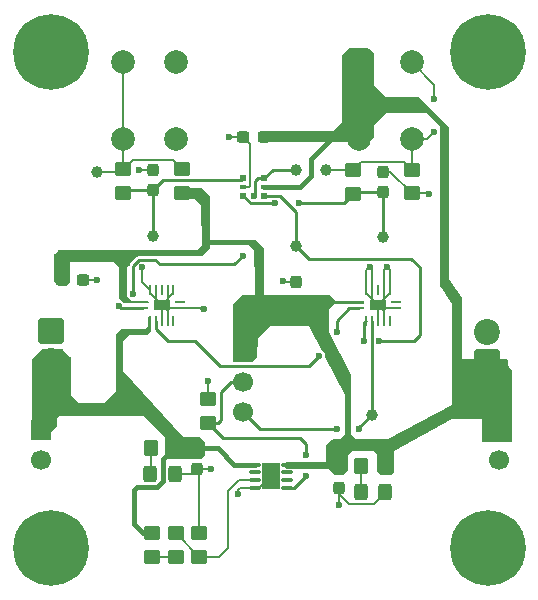
<source format=gbr>
%TF.GenerationSoftware,KiCad,Pcbnew,9.0.4*%
%TF.CreationDate,2026-01-25T08:23:28+01:00*%
%TF.ProjectId,VQFN_Training_Lab,5651464e-5f54-4726-9169-6e696e675f4c,1.0*%
%TF.SameCoordinates,PX7270e00PY7270e00*%
%TF.FileFunction,Copper,L1,Top*%
%TF.FilePolarity,Positive*%
%FSLAX46Y46*%
G04 Gerber Fmt 4.6, Leading zero omitted, Abs format (unit mm)*
G04 Created by KiCad (PCBNEW 9.0.4) date 2026-01-25 08:23:28*
%MOMM*%
%LPD*%
G01*
G04 APERTURE LIST*
G04 Aperture macros list*
%AMRoundRect*
0 Rectangle with rounded corners*
0 $1 Rounding radius*
0 $2 $3 $4 $5 $6 $7 $8 $9 X,Y pos of 4 corners*
0 Add a 4 corners polygon primitive as box body*
4,1,4,$2,$3,$4,$5,$6,$7,$8,$9,$2,$3,0*
0 Add four circle primitives for the rounded corners*
1,1,$1+$1,$2,$3*
1,1,$1+$1,$4,$5*
1,1,$1+$1,$6,$7*
1,1,$1+$1,$8,$9*
0 Add four rect primitives between the rounded corners*
20,1,$1+$1,$2,$3,$4,$5,0*
20,1,$1+$1,$4,$5,$6,$7,0*
20,1,$1+$1,$6,$7,$8,$9,0*
20,1,$1+$1,$8,$9,$2,$3,0*%
G04 Aperture macros list end*
%TA.AperFunction,SMDPad,CuDef*%
%ADD10RoundRect,0.237500X0.237500X-0.300000X0.237500X0.300000X-0.237500X0.300000X-0.237500X-0.300000X0*%
%TD*%
%TA.AperFunction,ComponentPad*%
%ADD11R,1.700000X1.700000*%
%TD*%
%TA.AperFunction,ComponentPad*%
%ADD12C,1.700000*%
%TD*%
%TA.AperFunction,SMDPad,CuDef*%
%ADD13RoundRect,0.237500X-0.300000X-0.237500X0.300000X-0.237500X0.300000X0.237500X-0.300000X0.237500X0*%
%TD*%
%TA.AperFunction,SMDPad,CuDef*%
%ADD14C,1.000000*%
%TD*%
%TA.AperFunction,SMDPad,CuDef*%
%ADD15RoundRect,0.033750X-0.426250X-0.101250X0.426250X-0.101250X0.426250X0.101250X-0.426250X0.101250X0*%
%TD*%
%TA.AperFunction,HeatsinkPad*%
%ADD16R,1.500000X2.250000*%
%TD*%
%TA.AperFunction,HeatsinkPad*%
%ADD17C,0.500000*%
%TD*%
%TA.AperFunction,SMDPad,CuDef*%
%ADD18RoundRect,0.250000X0.450000X-0.350000X0.450000X0.350000X-0.450000X0.350000X-0.450000X-0.350000X0*%
%TD*%
%TA.AperFunction,SMDPad,CuDef*%
%ADD19RoundRect,0.250000X0.350000X0.450000X-0.350000X0.450000X-0.350000X-0.450000X0.350000X-0.450000X0*%
%TD*%
%TA.AperFunction,SMDPad,CuDef*%
%ADD20R,0.600000X0.600000*%
%TD*%
%TA.AperFunction,SMDPad,CuDef*%
%ADD21R,0.600000X0.400000*%
%TD*%
%TA.AperFunction,SMDPad,CuDef*%
%ADD22RoundRect,0.237500X0.300000X0.237500X-0.300000X0.237500X-0.300000X-0.237500X0.300000X-0.237500X0*%
%TD*%
%TA.AperFunction,ComponentPad*%
%ADD23C,0.800000*%
%TD*%
%TA.AperFunction,ComponentPad*%
%ADD24C,6.400000*%
%TD*%
%TA.AperFunction,SMDPad,CuDef*%
%ADD25R,0.900000X0.240000*%
%TD*%
%TA.AperFunction,SMDPad,CuDef*%
%ADD26R,0.240000X0.900000*%
%TD*%
%TA.AperFunction,SMDPad,CuDef*%
%ADD27R,1.400000X0.900000*%
%TD*%
%TA.AperFunction,SMDPad,CuDef*%
%ADD28RoundRect,0.237500X-0.237500X0.300000X-0.237500X-0.300000X0.237500X-0.300000X0.237500X0.300000X0*%
%TD*%
%TA.AperFunction,SMDPad,CuDef*%
%ADD29RoundRect,0.250000X0.325000X0.450000X-0.325000X0.450000X-0.325000X-0.450000X0.325000X-0.450000X0*%
%TD*%
%TA.AperFunction,SMDPad,CuDef*%
%ADD30RoundRect,0.250000X-0.450000X0.350000X-0.450000X-0.350000X0.450000X-0.350000X0.450000X0.350000X0*%
%TD*%
%TA.AperFunction,ComponentPad*%
%ADD31C,2.000000*%
%TD*%
%TA.AperFunction,ComponentPad*%
%ADD32RoundRect,0.249999X-0.850001X0.850001X-0.850001X-0.850001X0.850001X-0.850001X0.850001X0.850001X0*%
%TD*%
%TA.AperFunction,ComponentPad*%
%ADD33C,2.200000*%
%TD*%
%TA.AperFunction,ComponentPad*%
%ADD34RoundRect,0.249999X0.850001X-0.850001X0.850001X0.850001X-0.850001X0.850001X-0.850001X-0.850001X0*%
%TD*%
%TA.AperFunction,ViaPad*%
%ADD35C,0.600000*%
%TD*%
%TA.AperFunction,Conductor*%
%ADD36C,0.250000*%
%TD*%
%TA.AperFunction,Conductor*%
%ADD37C,0.400000*%
%TD*%
%TA.AperFunction,Conductor*%
%ADD38C,0.200000*%
%TD*%
%TA.AperFunction,Conductor*%
%ADD39C,0.600000*%
%TD*%
G04 APERTURE END LIST*
D10*
%TO.P,C6,1*%
%TO.N,+5V*%
X24800000Y24830000D03*
%TO.P,C6,2*%
%TO.N,GND*%
X24800000Y26555000D03*
%TD*%
D11*
%TO.P,J5,1,Pin_1*%
%TO.N,+5V*%
X20300000Y20592500D03*
D12*
%TO.P,J5,2,Pin_2*%
%TO.N,/LDO_EN_SEL*%
X20300000Y18052500D03*
%TO.P,J5,3,Pin_3*%
%TO.N,/LDO_EN*%
X20300000Y15512500D03*
%TD*%
D13*
%TO.P,C4,1*%
%TO.N,+5V*%
X4975000Y26700000D03*
%TO.P,C4,2*%
%TO.N,GND*%
X6700000Y26700000D03*
%TD*%
D14*
%TO.P,TP5,1,1*%
%TO.N,Net-(IC1-1Y)*%
X24800000Y36000000D03*
%TD*%
D10*
%TO.P,C1,1*%
%TO.N,/POWER_ON*%
X12650000Y34307500D03*
%TO.P,C1,2*%
%TO.N,GND*%
X12650000Y36032500D03*
%TD*%
%TO.P,C2,1*%
%TO.N,/RESET*%
X32100000Y34137500D03*
%TO.P,C2,2*%
%TO.N,GND*%
X32100000Y35862500D03*
%TD*%
D14*
%TO.P,TP1,1,1*%
%TO.N,Net-(R1-Pad2)*%
X7900000Y35807500D03*
%TD*%
D15*
%TO.P,U1,1,OUT*%
%TO.N,+3V3*%
X21262500Y11055000D03*
%TO.P,U1,2,NC*%
%TO.N,unconnected-(U1-NC-Pad2)*%
X21262500Y10405000D03*
%TO.P,U1,3,ADJ/NC*%
%TO.N,Net-(U1-ADJ{slash}NC)*%
X21262500Y9755000D03*
%TO.P,U1,4,GND*%
%TO.N,GND*%
X21262500Y9105000D03*
%TO.P,U1,5,EN*%
%TO.N,/LDO_EN_SEL*%
X24042500Y9105000D03*
%TO.P,U1,6,NC*%
%TO.N,unconnected-(U1-NC-Pad6)*%
X24042500Y9755000D03*
%TO.P,U1,7,NC*%
%TO.N,unconnected-(U1-NC-Pad7)*%
X24042500Y10405000D03*
%TO.P,U1,8,IN*%
%TO.N,+5V*%
X24042500Y11055000D03*
D16*
%TO.P,U1,9,GND*%
%TO.N,GND*%
X22652500Y10080000D03*
D17*
%TO.P,U1,10*%
X22352500Y10680000D03*
%TO.P,U1,11*%
X22952500Y9480000D03*
%TD*%
D18*
%TO.P,R7,1*%
%TO.N,Net-(R6-Pad2)*%
X14590000Y3242500D03*
%TO.P,R7,2*%
%TO.N,Net-(U1-ADJ{slash}NC)*%
X14590000Y5242500D03*
%TD*%
D14*
%TO.P,TP7,1,1*%
%TO.N,/LDO_EN*%
X31200000Y15292500D03*
%TD*%
D19*
%TO.P,R5,1*%
%TO.N,+5V*%
X32300000Y10892500D03*
%TO.P,R5,2*%
%TO.N,Net-(D1-A)*%
X30300000Y10892500D03*
%TD*%
D20*
%TO.P,IC1,1,1A*%
%TO.N,/POWER_ON*%
X20300000Y35300000D03*
D21*
%TO.P,IC1,2,GND*%
%TO.N,GND*%
X20300000Y34550000D03*
D20*
%TO.P,IC1,3,2A*%
%TO.N,/RESET*%
X20300000Y33800000D03*
%TO.P,IC1,4,2Y*%
%TO.N,Net-(IC1-2Y)*%
X22100000Y33800000D03*
D21*
%TO.P,IC1,5,VCC*%
%TO.N,+5V*%
X22100000Y34550000D03*
D20*
%TO.P,IC1,6,1Y*%
%TO.N,Net-(IC1-1Y)*%
X22100000Y35300000D03*
%TD*%
D11*
%TO.P,J4,1,Pin_1*%
%TO.N,+3V3*%
X3200000Y13970000D03*
D12*
%TO.P,J4,2,Pin_2*%
%TO.N,GND*%
X3200000Y11430000D03*
%TD*%
D11*
%TO.P,J1,1,Pin_1*%
%TO.N,+5V*%
X41925000Y13960000D03*
D12*
%TO.P,J1,2,Pin_2*%
%TO.N,GND*%
X41925000Y11420000D03*
%TD*%
D22*
%TO.P,C3,1*%
%TO.N,+5V*%
X22050000Y38800000D03*
%TO.P,C3,2*%
%TO.N,GND*%
X20325000Y38800000D03*
%TD*%
D23*
%TO.P,H1,1,1*%
%TO.N,GND*%
X1600000Y46000000D03*
X2302944Y47697056D03*
X2302944Y44302944D03*
X4000000Y48400000D03*
D24*
X4000000Y46000000D03*
D23*
X4000000Y43600000D03*
X5697056Y47697056D03*
X5697056Y44302944D03*
X6400000Y46000000D03*
%TD*%
D14*
%TO.P,TP4,1,1*%
%TO.N,/RESET*%
X32100000Y30350000D03*
%TD*%
%TO.P,TP3,1,1*%
%TO.N,/POWER_ON*%
X12650000Y30400000D03*
%TD*%
D18*
%TO.P,R8,1*%
%TO.N,Net-(U1-ADJ{slash}NC)*%
X16590000Y3242500D03*
%TO.P,R8,2*%
%TO.N,GND*%
X16590000Y5242500D03*
%TD*%
D25*
%TO.P,IC3,1,1A*%
%TO.N,Net-(IC2-1Y)*%
X30150000Y24292500D03*
D26*
%TO.P,IC3,2,1B*%
%TO.N,Net-(IC1-2Y)*%
X30700000Y23242500D03*
%TO.P,IC3,3,1Y*%
%TO.N,/LDO_EN*%
X31200000Y23242500D03*
%TO.P,IC3,4,2A*%
%TO.N,GND*%
X31700000Y23242500D03*
%TO.P,IC3,5,2B*%
X32200000Y23242500D03*
%TO.P,IC3,6,2Y*%
%TO.N,unconnected-(IC3-2Y-Pad6)*%
X32700000Y23242500D03*
D25*
%TO.P,IC3,7,GND_1*%
%TO.N,GND*%
X33250000Y24292500D03*
%TO.P,IC3,8,3Y*%
%TO.N,unconnected-(IC3-3Y-Pad8)*%
X33250000Y24792500D03*
D26*
%TO.P,IC3,9,3A*%
%TO.N,GND*%
X32700000Y25842500D03*
%TO.P,IC3,10,3B*%
X32200000Y25842500D03*
%TO.P,IC3,11,4Y*%
%TO.N,unconnected-(IC3-4Y-Pad11)*%
X31700000Y25842500D03*
%TO.P,IC3,12,4A*%
%TO.N,GND*%
X31200000Y25842500D03*
%TO.P,IC3,13,4B*%
X30700000Y25842500D03*
D25*
%TO.P,IC3,14,VCC*%
%TO.N,+5V*%
X30150000Y24792500D03*
D27*
%TO.P,IC3,15,GND_2*%
%TO.N,GND*%
X31700000Y24542500D03*
%TD*%
D14*
%TO.P,TP6,1,1*%
%TO.N,Net-(IC1-2Y)*%
X24800000Y29600000D03*
%TD*%
D23*
%TO.P,H3,1,1*%
%TO.N,GND*%
X1600000Y4000000D03*
X2302944Y5697056D03*
X2302944Y2302944D03*
X4000000Y6400000D03*
D24*
X4000000Y4000000D03*
D23*
X4000000Y1600000D03*
X5697056Y5697056D03*
X5697056Y2302944D03*
X6400000Y4000000D03*
%TD*%
D28*
%TO.P,C7,1*%
%TO.N,+3V3*%
X16400000Y12417500D03*
%TO.P,C7,2*%
%TO.N,GND*%
X16400000Y10692500D03*
%TD*%
D29*
%TO.P,D1,1,K*%
%TO.N,GND*%
X32350000Y8692500D03*
%TO.P,D1,2,A*%
%TO.N,Net-(D1-A)*%
X30300000Y8692500D03*
%TD*%
D30*
%TO.P,R3,1*%
%TO.N,Net-(R3-Pad1)*%
X34600000Y36007500D03*
%TO.P,R3,2*%
%TO.N,GND*%
X34600000Y34007500D03*
%TD*%
D19*
%TO.P,R9,1*%
%TO.N,+3V3*%
X14490000Y12492500D03*
%TO.P,R9,2*%
%TO.N,Net-(D2-A)*%
X12490000Y12492500D03*
%TD*%
D31*
%TO.P,SW2,1,1*%
%TO.N,Net-(R3-Pad1)*%
X34600000Y45100000D03*
X34600000Y38600000D03*
%TO.P,SW2,2,2*%
%TO.N,+5V*%
X30100000Y45100000D03*
X30100000Y38600000D03*
%TD*%
D18*
%TO.P,R1,1*%
%TO.N,+5V*%
X15150000Y34057500D03*
%TO.P,R1,2*%
%TO.N,Net-(R1-Pad2)*%
X15150000Y36057500D03*
%TD*%
D14*
%TO.P,TP2,1,1*%
%TO.N,Net-(R3-Pad1)*%
X27350000Y36000000D03*
%TD*%
D23*
%TO.P,H2,1,1*%
%TO.N,GND*%
X38600000Y46000000D03*
X39302944Y47697056D03*
X39302944Y44302944D03*
X41000000Y48400000D03*
D24*
X41000000Y46000000D03*
D23*
X41000000Y43600000D03*
X42697056Y47697056D03*
X42697056Y44302944D03*
X43400000Y46000000D03*
%TD*%
D29*
%TO.P,D2,1,K*%
%TO.N,GND*%
X14490000Y10292500D03*
%TO.P,D2,2,A*%
%TO.N,Net-(D2-A)*%
X12440000Y10292500D03*
%TD*%
D30*
%TO.P,R4,1*%
%TO.N,Net-(R3-Pad1)*%
X29600000Y36000000D03*
%TO.P,R4,2*%
%TO.N,/RESET*%
X29600000Y34000000D03*
%TD*%
D18*
%TO.P,R10,1*%
%TO.N,/LDO_EN_SEL*%
X17300000Y14600000D03*
%TO.P,R10,2*%
%TO.N,GND*%
X17300000Y16600000D03*
%TD*%
D32*
%TO.P,J3,1,Pin_1*%
%TO.N,GND*%
X4040000Y22330000D03*
D33*
%TO.P,J3,2,Pin_2*%
%TO.N,+3V3*%
X4040000Y19790000D03*
%TD*%
D25*
%TO.P,IC2,1,1A*%
%TO.N,Net-(IC1-1Y)*%
X11850000Y24292500D03*
D26*
%TO.P,IC2,2,1B*%
%TO.N,+3V3*%
X12400000Y23242500D03*
%TO.P,IC2,3,1Y*%
%TO.N,Net-(IC2-1Y)*%
X12900000Y23242500D03*
%TO.P,IC2,4,2A*%
%TO.N,GND*%
X13400000Y23242500D03*
%TO.P,IC2,5,2B*%
X13900000Y23242500D03*
%TO.P,IC2,6,2Y*%
%TO.N,unconnected-(IC2-2Y-Pad6)*%
X14400000Y23242500D03*
D25*
%TO.P,IC2,7,GND_1*%
%TO.N,GND*%
X14950000Y24292500D03*
%TO.P,IC2,8,3Y*%
%TO.N,unconnected-(IC2-3Y-Pad8)*%
X14950000Y24792500D03*
D26*
%TO.P,IC2,9,3A*%
%TO.N,GND*%
X14400000Y25842500D03*
%TO.P,IC2,10,3B*%
X13900000Y25842500D03*
%TO.P,IC2,11,4Y*%
%TO.N,unconnected-(IC2-4Y-Pad11)*%
X13400000Y25842500D03*
%TO.P,IC2,12,4A*%
%TO.N,GND*%
X12900000Y25842500D03*
%TO.P,IC2,13,4B*%
X12400000Y25842500D03*
D25*
%TO.P,IC2,14,VCC*%
%TO.N,+5V*%
X11850000Y24792500D03*
D27*
%TO.P,IC2,15,GND_2*%
%TO.N,GND*%
X13400000Y24542500D03*
%TD*%
D23*
%TO.P,H4,1,1*%
%TO.N,GND*%
X38600000Y4000000D03*
X39302944Y5697056D03*
X39302944Y2302944D03*
X41000000Y6400000D03*
D24*
X41000000Y4000000D03*
D23*
X41000000Y1600000D03*
X42697056Y5697056D03*
X42697056Y2302944D03*
X43400000Y4000000D03*
%TD*%
D31*
%TO.P,SW1,1,1*%
%TO.N,GND*%
X14650000Y45150000D03*
X14650000Y38650000D03*
%TO.P,SW1,2,2*%
%TO.N,Net-(R1-Pad2)*%
X10150000Y45150000D03*
X10150000Y38650000D03*
%TD*%
D30*
%TO.P,R6,1*%
%TO.N,+3V3*%
X12590000Y5242500D03*
%TO.P,R6,2*%
%TO.N,Net-(R6-Pad2)*%
X12590000Y3242500D03*
%TD*%
D34*
%TO.P,J2,1,Pin_1*%
%TO.N,+5V*%
X40960000Y19760000D03*
D33*
%TO.P,J2,2,Pin_2*%
%TO.N,GND*%
X40960000Y22300000D03*
%TD*%
D30*
%TO.P,R2,1*%
%TO.N,Net-(R1-Pad2)*%
X10150000Y36057500D03*
%TO.P,R2,2*%
%TO.N,/POWER_ON*%
X10150000Y34057500D03*
%TD*%
D28*
%TO.P,C5,1*%
%TO.N,+5V*%
X28410000Y10817500D03*
%TO.P,C5,2*%
%TO.N,GND*%
X28410000Y9092500D03*
%TD*%
D35*
%TO.N,GND*%
X17300000Y18100000D03*
X11500000Y36000000D03*
X19840000Y8530000D03*
X36000000Y34000000D03*
X19100000Y38800000D03*
X11750000Y27750000D03*
X31000000Y27800000D03*
X23700000Y26600000D03*
X17000000Y24250000D03*
X17600000Y10700000D03*
X7900000Y26700000D03*
X28400000Y7600000D03*
X32500000Y27800000D03*
%TO.N,Net-(IC1-2Y)*%
X31825000Y21500000D03*
X30575000Y21500000D03*
%TO.N,Net-(IC1-1Y)*%
X11000000Y25500000D03*
X21250000Y33800000D03*
X20250000Y28750000D03*
X9750000Y24500000D03*
%TO.N,/RESET*%
X23000000Y33175000D03*
X25000000Y33200000D03*
%TO.N,Net-(IC2-1Y)*%
X26750000Y20250000D03*
X28250000Y22250000D03*
%TO.N,/LDO_EN*%
X28275000Y14100000D03*
X30125000Y14100000D03*
%TO.N,Net-(R3-Pad1)*%
X36500000Y39250000D03*
X36500000Y42000000D03*
%TO.N,/LDO_EN_SEL*%
X25600000Y10100000D03*
X25600000Y11855000D03*
%TD*%
D36*
%TO.N,/POWER_ON*%
X12650000Y34307500D02*
X10400000Y34307500D01*
X12650000Y34307500D02*
X12650000Y30400000D01*
X20131500Y35131500D02*
X13474000Y35131500D01*
X13474000Y35131500D02*
X12650000Y34307500D01*
X20300000Y35300000D02*
X20131500Y35131500D01*
X10400000Y34307500D02*
X10150000Y34057500D01*
D37*
%TO.N,+3V3*%
X11857500Y5242500D02*
X11050000Y6050000D01*
X11350000Y9175000D02*
X13025080Y9175000D01*
X13514000Y9663920D02*
X13514000Y11516500D01*
X13514000Y11516500D02*
X14490000Y12492500D01*
X21262500Y11055000D02*
X19545000Y11055000D01*
X11050000Y8875000D02*
X11350000Y9175000D01*
X18182500Y12417500D02*
X16400000Y12417500D01*
X19545000Y11055000D02*
X18182500Y12417500D01*
X12590000Y5242500D02*
X11857500Y5242500D01*
X11050000Y6050000D02*
X11050000Y8875000D01*
X13025080Y9175000D02*
X13514000Y9663920D01*
D38*
%TO.N,GND*%
X32700000Y25542500D02*
X31700000Y24542500D01*
X16000000Y10292500D02*
X16400000Y10692500D01*
X19840000Y8890000D02*
X20060000Y9110000D01*
X30700000Y25842500D02*
X30700000Y25542500D01*
X31200000Y25842500D02*
X31200000Y27600000D01*
X14400000Y25842500D02*
X14400000Y25542500D01*
X16400000Y10692500D02*
X17592500Y10692500D01*
X17000000Y24250000D02*
X16750000Y24250000D01*
X12400000Y25542500D02*
X13400000Y24542500D01*
X13900000Y24042500D02*
X13400000Y24542500D01*
X32700000Y25842500D02*
X32700000Y25542500D01*
X29273500Y7691500D02*
X28410000Y8555000D01*
X31700000Y23242500D02*
X31700000Y24542500D01*
X11750000Y26500000D02*
X11750000Y27750000D01*
X12400000Y25842500D02*
X12400000Y25850000D01*
X12900000Y25042500D02*
X13400000Y24542500D01*
X12400000Y25842500D02*
X12400000Y25542500D01*
X32700000Y27600000D02*
X32500000Y27800000D01*
X32200000Y25042500D02*
X31700000Y24542500D01*
X32200000Y24042500D02*
X31700000Y24542500D01*
X14400000Y25542500D02*
X13400000Y24542500D01*
X20065000Y9105000D02*
X21262500Y9105000D01*
X31200000Y27600000D02*
X31000000Y27800000D01*
X30700000Y25542500D02*
X31700000Y24542500D01*
X28400000Y9082500D02*
X28410000Y9092500D01*
X32200000Y27500000D02*
X32200000Y25842500D01*
X14950000Y24292500D02*
X13650000Y24292500D01*
X20325000Y38800000D02*
X19100000Y38800000D01*
X32500000Y27800000D02*
X32200000Y27500000D01*
X16750000Y24250000D02*
X16707500Y24292500D01*
X13400000Y23242500D02*
X13400000Y24542500D01*
X17592500Y10692500D02*
X17600000Y10700000D01*
X30700000Y27500000D02*
X31000000Y27800000D01*
X31200000Y25842500D02*
X31200000Y25042500D01*
X16590000Y5242500D02*
X16590000Y10502500D01*
X32350000Y8692500D02*
X31349000Y7691500D01*
X11532500Y36032500D02*
X11500000Y36000000D01*
X31950000Y24292500D02*
X31700000Y24542500D01*
X30700000Y25842500D02*
X30700000Y27500000D01*
X13900000Y25042500D02*
X13400000Y24542500D01*
X22652500Y10080000D02*
X21677500Y9105000D01*
X21677500Y9105000D02*
X21262500Y9105000D01*
X13650000Y24292500D02*
X13400000Y24542500D01*
X32100000Y35862500D02*
X32745000Y35862500D01*
X13900000Y23242500D02*
X13900000Y24042500D01*
X32200000Y23242500D02*
X32200000Y24042500D01*
X19840000Y8530000D02*
X19840000Y8890000D01*
X14490000Y10292500D02*
X16000000Y10292500D01*
X34600000Y34007500D02*
X35992500Y34007500D01*
X20325000Y38800000D02*
X20901000Y38224000D01*
X32700000Y25842500D02*
X32700000Y27600000D01*
X16590000Y10502500D02*
X16400000Y10692500D01*
X6700000Y26700000D02*
X7900000Y26700000D01*
X28400000Y7600000D02*
X28400000Y9082500D01*
X17300000Y16600000D02*
X17300000Y18100000D01*
X31200000Y25042500D02*
X31700000Y24542500D01*
X20901000Y38224000D02*
X20901000Y34651000D01*
X24800000Y26555000D02*
X23745000Y26555000D01*
X23745000Y26555000D02*
X23700000Y26600000D01*
X33250000Y24292500D02*
X31950000Y24292500D01*
X20901000Y34651000D02*
X20800000Y34550000D01*
X12650000Y36032500D02*
X11532500Y36032500D01*
X32200000Y25842500D02*
X32200000Y25042500D01*
X20060000Y9110000D02*
X20065000Y9105000D01*
X12900000Y25842500D02*
X12900000Y25042500D01*
X35992500Y34007500D02*
X36000000Y34000000D01*
X28410000Y8555000D02*
X28410000Y9092500D01*
X13900000Y25842500D02*
X13900000Y25042500D01*
X16707500Y24292500D02*
X14950000Y24292500D01*
X12400000Y25850000D02*
X11750000Y26500000D01*
X32745000Y35862500D02*
X34600000Y34007500D01*
X20800000Y34550000D02*
X20300000Y34550000D01*
X31349000Y7691500D02*
X29273500Y7691500D01*
D37*
%TO.N,+5V*%
X26050000Y36900000D02*
X27900000Y38750000D01*
D39*
X24042500Y11055000D02*
X28172500Y11055000D01*
D37*
X28172500Y11055000D02*
X28410000Y10817500D01*
X26050000Y35500000D02*
X26050000Y36900000D01*
X29950000Y38750000D02*
X30100000Y38600000D01*
X25100000Y34550000D02*
X26050000Y35500000D01*
X27900000Y38750000D02*
X29950000Y38750000D01*
X22100000Y34550000D02*
X25100000Y34550000D01*
D38*
%TO.N,Net-(D1-A)*%
X30300000Y10892500D02*
X30300000Y8692500D01*
%TO.N,Net-(D2-A)*%
X12490000Y10342500D02*
X12440000Y10292500D01*
X12490000Y12492500D02*
X12490000Y10342500D01*
D36*
%TO.N,Net-(IC1-2Y)*%
X35250000Y22000000D02*
X34750000Y21500000D01*
X30575000Y23117500D02*
X30700000Y23242500D01*
X24800000Y32400000D02*
X23400000Y33800000D01*
X34500000Y28500000D02*
X35250000Y27750000D01*
X23400000Y33800000D02*
X22100000Y33800000D01*
X25900000Y28500000D02*
X34500000Y28500000D01*
X35250000Y27750000D02*
X35250000Y22000000D01*
X24800000Y29600000D02*
X25900000Y28500000D01*
X24800000Y29600000D02*
X24800000Y32400000D01*
X30575000Y21500000D02*
X30575000Y23117500D01*
X34750000Y21500000D02*
X31825000Y21500000D01*
%TO.N,Net-(IC1-1Y)*%
X22100000Y35300000D02*
X21550000Y35300000D01*
X21327000Y33877000D02*
X21250000Y33800000D01*
X19500000Y28000000D02*
X13250000Y28000000D01*
X11490702Y28376000D02*
X11000000Y27885298D01*
X12874000Y28376000D02*
X11490702Y28376000D01*
X22800000Y36000000D02*
X22100000Y35300000D01*
X24800000Y36000000D02*
X22800000Y36000000D01*
X13250000Y28000000D02*
X12874000Y28376000D01*
X9957500Y24292500D02*
X11850000Y24292500D01*
X11000000Y27885298D02*
X11000000Y25500000D01*
X20250000Y28750000D02*
X19500000Y28000000D01*
X21550000Y35300000D02*
X21327000Y35077000D01*
X9750000Y24500000D02*
X9957500Y24292500D01*
X21327000Y35077000D02*
X21327000Y33877000D01*
%TO.N,/RESET*%
X32100000Y34137500D02*
X32100000Y30350000D01*
X28800000Y33200000D02*
X28200000Y33200000D01*
X32100000Y34137500D02*
X29737500Y34137500D01*
X23000000Y33175000D02*
X20925000Y33175000D01*
X20925000Y33175000D02*
X20300000Y33800000D01*
X28200000Y33200000D02*
X24883884Y33200000D01*
X24883884Y33200000D02*
X25000000Y33200000D01*
X29600000Y34000000D02*
X28800000Y33200000D01*
X29737500Y34137500D02*
X29600000Y34000000D01*
%TO.N,Net-(IC2-1Y)*%
X25916500Y19416500D02*
X26750000Y20250000D01*
X13920500Y21500000D02*
X16250000Y21500000D01*
X12900000Y23242500D02*
X12900000Y22520500D01*
X29292500Y24292500D02*
X30150000Y24292500D01*
X12900000Y22520500D02*
X13920500Y21500000D01*
X28250000Y22250000D02*
X28250000Y23250000D01*
X18333500Y19416500D02*
X25916500Y19416500D01*
X16250000Y21500000D02*
X18333500Y19416500D01*
X28250000Y23250000D02*
X29292500Y24292500D01*
%TO.N,/LDO_EN*%
X30125000Y14100000D02*
X30125000Y14217500D01*
X21712500Y14100000D02*
X28275000Y14100000D01*
X30125000Y14217500D02*
X31200000Y15292500D01*
X31200000Y23242500D02*
X31200000Y15292500D01*
X20300000Y15512500D02*
X21712500Y14100000D01*
D38*
%TO.N,Net-(R1-Pad2)*%
X9900000Y35807500D02*
X10150000Y36057500D01*
X10150000Y38650000D02*
X10150000Y36057500D01*
X7900000Y35807500D02*
X9900000Y35807500D01*
X10963500Y36871000D02*
X10150000Y36057500D01*
X14336500Y36871000D02*
X10963500Y36871000D01*
X15150000Y36057500D02*
X14336500Y36871000D01*
X10150000Y45150000D02*
X10150000Y38650000D01*
%TO.N,Net-(R3-Pad1)*%
X30301000Y36701000D02*
X33906500Y36701000D01*
X34600000Y38600000D02*
X35850000Y38600000D01*
X33906500Y36701000D02*
X34600000Y36007500D01*
X29600000Y36000000D02*
X30301000Y36701000D01*
X36500000Y43200000D02*
X34600000Y45100000D01*
X35850000Y38600000D02*
X36500000Y39250000D01*
X27350000Y36000000D02*
X29600000Y36000000D01*
X36500000Y42000000D02*
X36500000Y43200000D01*
X34600000Y36007500D02*
X34600000Y38600000D01*
%TO.N,Net-(U1-ADJ{slash}NC)*%
X19000000Y8800000D02*
X19000000Y4000000D01*
X21262500Y9755000D02*
X19955000Y9755000D01*
X19000000Y4000000D02*
X18242500Y3242500D01*
X14590000Y5242500D02*
X16590000Y3242500D01*
X18242500Y3242500D02*
X16590000Y3242500D01*
X19955000Y9755000D02*
X19000000Y8800000D01*
%TO.N,Net-(R6-Pad2)*%
X14590000Y3242500D02*
X12590000Y3242500D01*
D36*
%TO.N,/LDO_EN_SEL*%
X18400000Y17200000D02*
X19252500Y18052500D01*
X17300000Y14600000D02*
X18200000Y14600000D01*
X18200000Y14600000D02*
X18400000Y14800000D01*
X18625000Y13275000D02*
X25150000Y13275000D01*
X25600000Y10100000D02*
X24605000Y9105000D01*
X24605000Y9105000D02*
X24042500Y9105000D01*
X25600000Y12825000D02*
X25600000Y11855000D01*
X19252500Y18052500D02*
X20300000Y18052500D01*
X18400000Y14800000D02*
X18400000Y17200000D01*
X17300000Y14600000D02*
X18625000Y13275000D01*
X25150000Y13275000D02*
X25600000Y12825000D01*
%TD*%
%TA.AperFunction,Conductor*%
%TO.N,+3V3*%
G36*
X12507719Y23607719D02*
G01*
X12525000Y23566000D01*
X12525000Y22430688D01*
X12507719Y22388969D01*
X12136031Y22017281D01*
X12094312Y22000000D01*
X10604686Y22000000D01*
X10100000Y21495315D01*
X10100000Y21495313D01*
X10100000Y19014284D01*
X15200000Y13400000D01*
X16600562Y13400000D01*
X16642281Y13382719D01*
X17082719Y12942281D01*
X17100000Y12900562D01*
X17100000Y11880688D01*
X17082719Y11838969D01*
X16761031Y11517281D01*
X16719312Y11500000D01*
X13759000Y11500000D01*
X13717281Y11517281D01*
X13700000Y11559000D01*
X13700000Y13300000D01*
X12400000Y14700000D01*
X12399997Y14700003D01*
X12399984Y14700017D01*
X11900001Y15200000D01*
X11900000Y15200000D01*
X4743750Y15200000D01*
X4743749Y15200000D01*
X4500000Y14956252D01*
X4500000Y14249438D01*
X4482719Y14207719D01*
X3692281Y13417281D01*
X3650562Y13400000D01*
X2699439Y13400000D01*
X2657720Y13417281D01*
X2417281Y13657720D01*
X2400000Y13699439D01*
X2400000Y19954729D01*
X2417281Y19996448D01*
X3203552Y20782719D01*
X3245271Y20800000D01*
X5043338Y20800000D01*
X5084974Y20782802D01*
X5668508Y20201579D01*
X5685872Y20160011D01*
X5686590Y19979167D01*
X5698486Y16981486D01*
X6413567Y16274987D01*
X8550328Y16292304D01*
X9500000Y17249703D01*
X9500000Y21100000D01*
X9500000Y22044312D01*
X9517281Y22086031D01*
X9913969Y22482719D01*
X9955688Y22500000D01*
X11993750Y22500000D01*
X12275000Y22781250D01*
X12275000Y23566000D01*
X12292281Y23607719D01*
X12334000Y23625000D01*
X12466000Y23625000D01*
X12507719Y23607719D01*
G37*
%TD.AperFunction*%
%TD*%
%TA.AperFunction,Conductor*%
%TO.N,+5V*%
G36*
X30967183Y46281093D02*
G01*
X30978996Y46271004D01*
X31371004Y45878996D01*
X31398781Y45824479D01*
X31400000Y45808992D01*
X31400000Y43187500D01*
X32437500Y42150000D01*
X35218939Y42150000D01*
X35277130Y42131093D01*
X35289062Y42120884D01*
X37732813Y39668781D01*
X37760497Y39614217D01*
X37761690Y39598791D01*
X37748001Y26766382D01*
X37748002Y26766380D01*
X38816934Y25150000D01*
X38833576Y25124836D01*
X38850000Y25070227D01*
X38850000Y20000000D01*
X42610924Y20000000D01*
X42669115Y19981093D01*
X42705079Y19931593D01*
X42708022Y19881686D01*
X42699500Y19838845D01*
X42699500Y19681156D01*
X42730263Y19526504D01*
X42730263Y19526502D01*
X42790603Y19380826D01*
X42790609Y19380815D01*
X42843312Y19301941D01*
X42878211Y19249711D01*
X42878214Y19249708D01*
X42878218Y19249703D01*
X42971887Y19156035D01*
X42989711Y19138211D01*
X43056002Y19093917D01*
X43093881Y19045868D01*
X43100000Y19011602D01*
X43100000Y13074697D01*
X43081093Y13016506D01*
X43031593Y12980542D01*
X43001028Y12975697D01*
X40649028Y12975029D01*
X40590832Y12993920D01*
X40554854Y13043410D01*
X40550000Y13074029D01*
X40550000Y14899999D01*
X40550000Y14900000D01*
X40549999Y14900000D01*
X37999998Y14900000D01*
X33050000Y12212098D01*
X33050000Y10378508D01*
X33047531Y10370911D01*
X33048781Y10363021D01*
X33038256Y10342366D01*
X33031093Y10320317D01*
X33021004Y10308504D01*
X32941496Y10228996D01*
X32886979Y10201219D01*
X32871492Y10200000D01*
X31969133Y10200000D01*
X31910942Y10218907D01*
X31899129Y10228996D01*
X31628996Y10499129D01*
X31601219Y10553646D01*
X31600000Y10569133D01*
X31600000Y11924999D01*
X31600000Y11925000D01*
X31325000Y12200000D01*
X31324999Y12200000D01*
X29500001Y12200000D01*
X29500000Y12200000D01*
X29200000Y11900000D01*
X29200000Y11899999D01*
X29200000Y10641008D01*
X29181093Y10582817D01*
X29171004Y10571004D01*
X28828996Y10228996D01*
X28774479Y10201219D01*
X28758992Y10200000D01*
X28041008Y10200000D01*
X27982817Y10218907D01*
X27971004Y10228996D01*
X27628996Y10571004D01*
X27601219Y10625521D01*
X27600000Y10641008D01*
X27600000Y10999999D01*
X27600000Y11000000D01*
X27599999Y11000000D01*
X27399000Y11000000D01*
X27340809Y11018907D01*
X27304845Y11068407D01*
X27300000Y11099000D01*
X27300000Y12608992D01*
X27318907Y12667183D01*
X27328996Y12678996D01*
X27821004Y13171004D01*
X27875521Y13198781D01*
X27891008Y13200000D01*
X28506249Y13200000D01*
X28506250Y13200000D01*
X28925000Y13618750D01*
X28925000Y16975000D01*
X28925000Y16975001D01*
X27261641Y20177998D01*
X27250500Y20223624D01*
X27250500Y20315891D01*
X27232843Y20381789D01*
X27216392Y20443186D01*
X27216390Y20443189D01*
X27216390Y20443191D01*
X27150503Y20557310D01*
X27150501Y20557312D01*
X27150500Y20557314D01*
X27057314Y20650500D01*
X27057311Y20650502D01*
X27023719Y20669897D01*
X26985361Y20710007D01*
X25900000Y22800000D01*
X22593773Y22800000D01*
X22593772Y22800000D01*
X21519937Y21734091D01*
X21519936Y21734090D01*
X21503934Y20240917D01*
X21484404Y20182932D01*
X21474470Y20171504D01*
X21068050Y19770531D01*
X21013347Y19743122D01*
X20998245Y19742005D01*
X19845527Y19745206D01*
X19787389Y19764275D01*
X19775798Y19774202D01*
X19428996Y20121004D01*
X19401219Y20175521D01*
X19400000Y20191008D01*
X19400000Y24546492D01*
X19418907Y24604683D01*
X19428996Y24616496D01*
X20183504Y25371004D01*
X20238021Y25398781D01*
X20253508Y25400000D01*
X21300000Y25400000D01*
X21300000Y25400001D01*
X21287923Y26426567D01*
X21255147Y29212530D01*
X20812500Y29650000D01*
X20812499Y29650000D01*
X17500001Y29650000D01*
X17500000Y29650000D01*
X17500000Y29649999D01*
X17500000Y29441008D01*
X17481093Y29382817D01*
X17471004Y29371004D01*
X16878996Y28778996D01*
X16824479Y28751219D01*
X16808992Y28750000D01*
X11499999Y28750000D01*
X11471592Y28721593D01*
X11427213Y28695971D01*
X11382941Y28684108D01*
X11365064Y28679318D01*
X11290840Y28636465D01*
X10739531Y28085156D01*
X10696683Y28010941D01*
X10696682Y28010938D01*
X10689600Y27984512D01*
X10689601Y27984511D01*
X10680029Y27948788D01*
X10654406Y27904408D01*
X10500000Y27750001D01*
X10500000Y27750000D01*
X10500000Y25567759D01*
X10499500Y25565892D01*
X10499500Y25434108D01*
X10500000Y25432242D01*
X10500000Y25275000D01*
X10875000Y24900000D01*
X12201000Y24900000D01*
X12215912Y24895155D01*
X12231593Y24895155D01*
X12244278Y24885939D01*
X12259191Y24881093D01*
X12268407Y24868408D01*
X12281093Y24859191D01*
X12285938Y24844279D01*
X12295155Y24831593D01*
X12300000Y24801000D01*
X12300000Y24799000D01*
X12281093Y24740809D01*
X12231593Y24704845D01*
X12201000Y24700000D01*
X10291008Y24700000D01*
X10232817Y24718907D01*
X10221004Y24728996D01*
X10170388Y24779612D01*
X10154656Y24800115D01*
X10154145Y24801000D01*
X10150500Y24807314D01*
X10113535Y24844279D01*
X10057318Y24900497D01*
X10057317Y24900498D01*
X10050110Y24904659D01*
X10029611Y24920389D01*
X9828996Y25121004D01*
X9801219Y25175521D01*
X9800000Y25191008D01*
X9800000Y27724999D01*
X9800000Y27725000D01*
X9325000Y28200000D01*
X9324999Y28200000D01*
X5600001Y28200000D01*
X5600000Y28200000D01*
X5600000Y28199999D01*
X5600000Y26484758D01*
X5581093Y26426567D01*
X5571004Y26414754D01*
X5385246Y26228996D01*
X5330729Y26201219D01*
X5315242Y26200000D01*
X4666008Y26200000D01*
X4607817Y26218907D01*
X4596004Y26228996D01*
X4328996Y26496004D01*
X4301219Y26550521D01*
X4300000Y26566008D01*
X4300000Y28833992D01*
X4318907Y28892183D01*
X4328996Y28903996D01*
X4596004Y29171004D01*
X4650521Y29198781D01*
X4666008Y29200000D01*
X16353797Y29200000D01*
X16786446Y29636750D01*
X16755306Y32937525D01*
X16187500Y33500000D01*
X14599000Y33500000D01*
X14540809Y33518907D01*
X14504845Y33568407D01*
X14500000Y33599000D01*
X14500000Y34401000D01*
X14518907Y34459191D01*
X14568407Y34495155D01*
X14599000Y34500000D01*
X16708992Y34500000D01*
X16767183Y34481093D01*
X16778996Y34471004D01*
X17471004Y33778996D01*
X17498781Y33724479D01*
X17500000Y33708992D01*
X17500000Y30050000D01*
X21371492Y30050000D01*
X21429683Y30031093D01*
X21441496Y30021004D01*
X22021004Y29441496D01*
X22048781Y29386979D01*
X22050000Y29371492D01*
X22050000Y25400000D01*
X25900000Y25400000D01*
X27604219Y25400000D01*
X27662410Y25381093D01*
X27679648Y25365119D01*
X27887147Y25121004D01*
X28074577Y24900497D01*
X28075000Y24900000D01*
X30426000Y24900000D01*
X30440912Y24895155D01*
X30456593Y24895155D01*
X30469278Y24885939D01*
X30484191Y24881093D01*
X30493407Y24868408D01*
X30506093Y24859191D01*
X30510938Y24844279D01*
X30520155Y24831593D01*
X30525000Y24801000D01*
X30525000Y24774000D01*
X30506093Y24715809D01*
X30456593Y24679845D01*
X30426000Y24675000D01*
X28022330Y24675000D01*
X27548483Y24202598D01*
X27542633Y22285081D01*
X29460132Y18648934D01*
X29471561Y18602328D01*
X29453556Y14425000D01*
X29450062Y13614322D01*
X29862602Y13200000D01*
X32599999Y13200000D01*
X32600000Y13200000D01*
X38000000Y16100000D01*
X38000000Y19999655D01*
X38000001Y20000187D01*
X38000957Y20177998D01*
X38025000Y24650000D01*
X38003769Y24679845D01*
X37018329Y26065137D01*
X37000000Y26122523D01*
X37000000Y39182242D01*
X37000500Y39184108D01*
X37000500Y39315892D01*
X37000000Y39317759D01*
X37000000Y39617096D01*
X36999999Y39617098D01*
X35863080Y40800000D01*
X35863079Y40800000D01*
X32400000Y40800000D01*
X31400000Y39800000D01*
X31400000Y39799999D01*
X31400000Y38791008D01*
X31381093Y38732817D01*
X31371004Y38721004D01*
X31078996Y38428996D01*
X31024479Y38401219D01*
X31008992Y38400000D01*
X21814445Y38400000D01*
X21756254Y38418907D01*
X21744441Y38428996D01*
X21578996Y38594441D01*
X21551219Y38648958D01*
X21550000Y38664445D01*
X21550000Y39052742D01*
X21568907Y39110933D01*
X21578996Y39122746D01*
X21752254Y39296004D01*
X21806771Y39323781D01*
X21822258Y39325000D01*
X28006249Y39325000D01*
X28006250Y39325000D01*
X28700000Y40018750D01*
X28700000Y45752742D01*
X28718907Y45810933D01*
X28728996Y45822746D01*
X29177254Y46271004D01*
X29231771Y46298781D01*
X29247258Y46300000D01*
X30908992Y46300000D01*
X30967183Y46281093D01*
G37*
%TD.AperFunction*%
%TD*%
M02*

</source>
